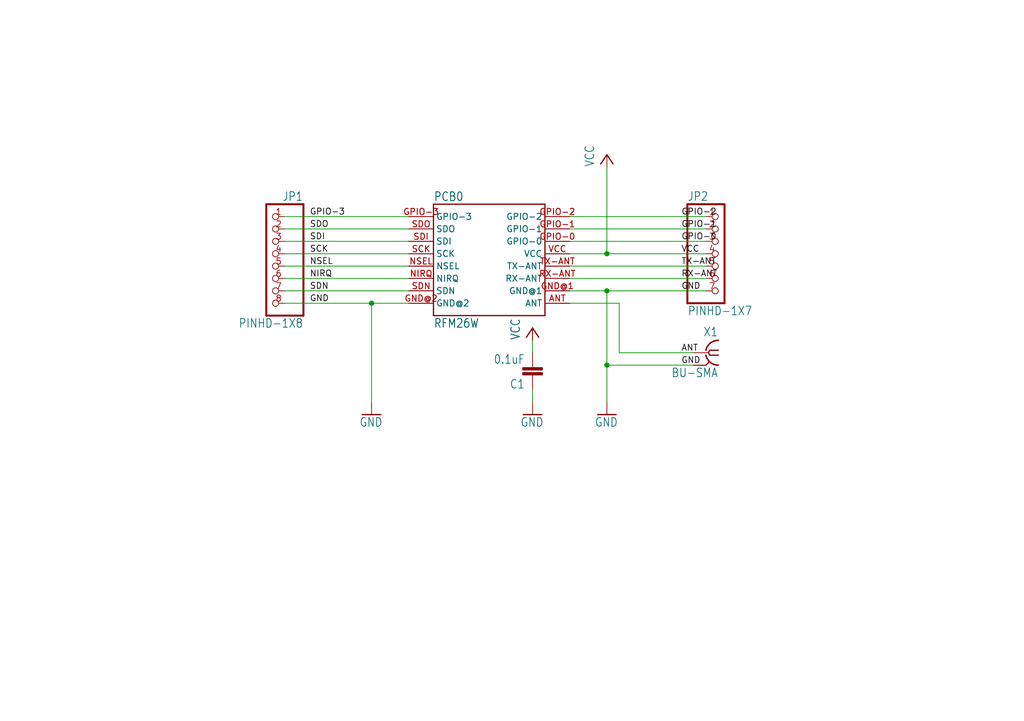
<source format=kicad_sch>
(kicad_sch (version 20211123) (generator eeschema)
  (paper "A5")
  (title_block (title "RFM26W Breakout Board") (date "2022-11-18") (rev "1") (company "Kai Christian Bader") (comment 1 "CC BY-SA 4.0"))
  (lib_symbols
    (symbol "rfm26w_breakout_board-eagle-import:BU-SMA-V"
      (property "Reference" "X" (at -2.54 3.302 0))
      (property "Value" "BU-SMA-V" (at -2.54 -5.08 0))
      (symbol "BU-SMA-V_1_0"
        (arc (start -2.54 -2.54) (mid -0.9022 -1.9838) (end 0 -0.508) (stroke (width 0.3048)))
        (polyline (pts (xy -2.54 0.508) (xy -0.762 0.508)) (stroke (width 0.254)))
        (polyline (pts (xy -0.762 -0.508) (xy -2.54 -0.508)) (stroke (width 0.254)))
        (polyline (pts (xy -0.762 0.508) (xy -0.508 0)) (stroke (width 0.254)))
        (polyline (pts (xy -0.508 0) (xy -0.762 -0.508)) (stroke (width 0.254)))
        (polyline (pts (xy 0 -2.54) (xy -0.762 -1.778)) (stroke (width 0.254)))
        (polyline (pts (xy 0 0) (xy -0.508 0)) (stroke (width 0.1524)))
        (arc (start 0 0.508) (mid -0.9022 1.9838) (end -2.54 2.54) (stroke (width 0.3048)))
        (pin passive line (at 2.54 0 180) (length 2.54) (name "1") (number "1"))
        (pin passive line (at 2.54 -2.54 180) (length 2.54) (name "2") (number "2"))
        (pin passive line (at 2.54 -2.54 180) (length 2.54) (name "2") (number "3"))
        (pin passive line (at 2.54 -2.54 180) (length 2.54) (name "2") (number "4"))
        (pin passive line (at 2.54 -2.54 180) (length 2.54) (name "2") (number "5"))
      )
    )
    (symbol "rfm26w_breakout_board-eagle-import:C-EUC0805K"
      (property "Reference" "C" (at 1.524 0.381 0))
      (property "Value" "C-EUC0805K" (at 1.524 -4.699 0))
      (symbol "C-EUC0805K_1_0"
        (rectangle (start -2.032 -2.032) (end 2.032 -1.524) (fill (type outline)))
        (rectangle (start -2.032 -1.016) (end 2.032 -0.508) (fill (type outline)))
        (polyline (pts (xy 0 -2.54) (xy 0 -2.032)) (stroke (width 0.1524)))
        (polyline (pts (xy 0 0) (xy 0 -0.508)) (stroke (width 0.1524)))
        (pin passive line (at 0 2.54 270) (length 2.54) (name "1") (number "1"))
        (pin passive line (at 0 -5.08 90) (length 2.54) (name "2") (number "2"))
      )
    )
    (symbol "rfm26w_breakout_board-eagle-import:GND" (power)
      (property "Value" "GND" (at -2.54 -2.54 0))
      (symbol "GND_1_0"
        (polyline (pts (xy -1.905 0) (xy 1.905 0)) (stroke (width 0.254)))
        (pin power_in line (at 0 2.54 270) (length 2.54) (name "GND") (number "1"))
      )
    )
    (symbol "rfm26w_breakout_board-eagle-import:PINHD-1X7"
      (property "Reference" "JP" (at -6.35 10.795 0))
      (property "Value" "PINHD-1X7" (at -6.35 -12.7 0))
      (symbol "PINHD-1X7_1_0"
        (polyline (pts (xy -6.35 -10.16) (xy 1.27 -10.16)) (stroke (width 0.4064)))
        (polyline (pts (xy -6.35 10.16) (xy -6.35 -10.16)) (stroke (width 0.4064)))
        (polyline (pts (xy 1.27 -10.16) (xy 1.27 10.16)) (stroke (width 0.4064)))
        (polyline (pts (xy 1.27 10.16) (xy -6.35 10.16)) (stroke (width 0.4064)))
        (pin passive inverted (at -2.54 7.62 0) (length 2.54) (name "1") (number "1"))
        (pin passive inverted (at -2.54 5.08 0) (length 2.54) (name "2") (number "2"))
        (pin passive inverted (at -2.54 2.54 0) (length 2.54) (name "3") (number "3"))
        (pin passive inverted (at -2.54 0 0) (length 2.54) (name "4") (number "4"))
        (pin passive inverted (at -2.54 -2.54 0) (length 2.54) (name "5") (number "5"))
        (pin passive inverted (at -2.54 -5.08 0) (length 2.54) (name "6") (number "6"))
        (pin passive inverted (at -2.54 -7.62 0) (length 2.54) (name "7") (number "7"))
      )
    )
    (symbol "rfm26w_breakout_board-eagle-import:PINHD-1X8"
      (property "Reference" "JP" (at -6.35 13.335 0))
      (property "Value" "PINHD-1X8" (at -6.35 -12.7 0))
      (symbol "PINHD-1X8_1_0"
        (polyline (pts (xy -6.35 -10.16) (xy 1.27 -10.16)) (stroke (width 0.4064)))
        (polyline (pts (xy -6.35 12.7) (xy -6.35 -10.16)) (stroke (width 0.4064)))
        (polyline (pts (xy 1.27 -10.16) (xy 1.27 12.7)) (stroke (width 0.4064)))
        (polyline (pts (xy 1.27 12.7) (xy -6.35 12.7)) (stroke (width 0.4064)))
        (pin passive inverted (at -2.54 10.16 0) (length 2.54) (name "1") (number "1"))
        (pin passive inverted (at -2.54 7.62 0) (length 2.54) (name "2") (number "2"))
        (pin passive inverted (at -2.54 5.08 0) (length 2.54) (name "3") (number "3"))
        (pin passive inverted (at -2.54 2.54 0) (length 2.54) (name "4") (number "4"))
        (pin passive inverted (at -2.54 0 0) (length 2.54) (name "5") (number "5"))
        (pin passive inverted (at -2.54 -2.54 0) (length 2.54) (name "6") (number "6"))
        (pin passive inverted (at -2.54 -5.08 0) (length 2.54) (name "7") (number "7"))
        (pin passive inverted (at -2.54 -7.62 0) (length 2.54) (name "8") (number "8"))
      )
    )
    (symbol "rfm26w_breakout_board-eagle-import:RFM26W"
      (property "Value" "RFM26W" (at -10.16 -15.24 0))
      (symbol "RFM26W_1_0"
        (polyline (pts (xy -10.16 -12.7) (xy 12.7 -12.7)) (stroke (width 0.254)))
        (polyline (pts (xy -10.16 10.16) (xy -10.16 -12.7)) (stroke (width 0.254)))
        (polyline (pts (xy 12.7 -12.7) (xy 12.7 10.16)) (stroke (width 0.254)))
        (polyline (pts (xy 12.7 10.16) (xy -10.16 10.16)) (stroke (width 0.254)))
        (pin bidirectional line (at 17.78 -10.16 180) (length 5.08) (name "ANT") (number "ANT"))
        (pin power_in line (at 17.78 -7.62 180) (length 5.08) (name "GND@1") (number "GND@1"))
        (pin power_in line (at -15.24 -10.16 0) (length 5.08) (name "GND@2") (number "GND@2"))
        (pin bidirectional line (at 17.78 2.54 180) (length 5.08) (name "GPIO-0") (number "GPIO-0"))
        (pin bidirectional line (at 17.78 5.08 180) (length 5.08) (name "GPIO-1") (number "GPIO-1"))
        (pin bidirectional line (at 17.78 7.62 180) (length 5.08) (name "GPIO-2") (number "GPIO-2"))
        (pin bidirectional line (at -15.24 7.62 0) (length 5.08) (name "GPIO-3") (number "GPIO-3"))
        (pin bidirectional line (at -15.24 -5.08 0) (length 5.08) (name "NIRQ") (number "NIRQ"))
        (pin bidirectional line (at -15.24 -2.54 0) (length 5.08) (name "NSEL") (number "NSEL"))
        (pin bidirectional line (at 17.78 -5.08 180) (length 5.08) (name "RX-ANT") (number "RX-ANT"))
        (pin bidirectional line (at -15.24 0 0) (length 5.08) (name "SCK") (number "SCK"))
        (pin bidirectional line (at -15.24 2.54 0) (length 5.08) (name "SDI") (number "SDI"))
        (pin bidirectional line (at -15.24 -7.62 0) (length 5.08) (name "SDN") (number "SDN"))
        (pin bidirectional line (at -15.24 5.08 0) (length 5.08) (name "SDO") (number "SDO"))
        (pin bidirectional line (at 17.78 -2.54 180) (length 5.08) (name "TX-ANT") (number "TX-ANT"))
        (pin power_in line (at 17.78 0 180) (length 5.08) (name "VCC") (number "VCC"))
      )
    )
    (symbol "rfm26w_breakout_board-eagle-import:VCC" (power)
      (property "Value" "VCC" (at -2.54 -2.54 90))
      (symbol "VCC_1_0"
        (polyline (pts (xy 0 0) (xy -1.27 -1.905)) (stroke (width 0.254)))
        (polyline (pts (xy 1.27 -1.905) (xy 0 0)) (stroke (width 0.254)))
        (pin power_in line (at 0 -2.54 90) (length 2.54) (name "VCC") (number "1"))
      )
    )
  )
  (junction (at 124.46 74.93))
  (junction (at 124.46 52.07))
  (junction (at 124.46 59.69))
  (junction (at 76.2 62.23))
  (wire (pts (xy 116.84 59.69) (xy 124.46 59.69)))
  (wire (pts (xy 144.78 59.69) (xy 124.46 59.69)))
  (wire (pts (xy 116.84 46.99) (xy 144.78 46.99)))
  (wire (pts (xy 124.46 52.07) (xy 144.78 52.07)))
  (wire (pts (xy 142.24 74.93) (xy 124.46 74.93)))
  (wire (pts (xy 127 72.39) (xy 142.24 72.39)))
  (wire (pts (xy 116.84 57.15) (xy 144.78 57.15)))
  (wire (pts (xy 58.42 52.07) (xy 83.82 52.07)))
  (wire (pts (xy 116.84 44.45) (xy 144.78 44.45)))
  (wire (pts (xy 58.42 59.69) (xy 83.82 59.69)))
  (wire (pts (xy 58.42 54.61) (xy 83.82 54.61)))
  (wire (pts (xy 116.84 62.23) (xy 127 62.23)))
  (wire (pts (xy 124.46 74.93) (xy 124.46 82.55)))
  (wire (pts (xy 116.84 54.61) (xy 144.78 54.61)))
  (wire (pts (xy 76.2 62.23) (xy 76.2 82.55)))
  (wire (pts (xy 58.42 44.45) (xy 83.82 44.45)))
  (wire (pts (xy 127 62.23) (xy 127 72.39)))
  (wire (pts (xy 58.42 62.23) (xy 76.2 62.23)))
  (wire (pts (xy 124.46 59.69) (xy 124.46 74.93)))
  (wire (pts (xy 109.22 69.85) (xy 109.22 72.39)))
  (wire (pts (xy 83.82 62.23) (xy 76.2 62.23)))
  (wire (pts (xy 116.84 52.07) (xy 124.46 52.07)))
  (wire (pts (xy 58.42 49.53) (xy 83.82 49.53)))
  (wire (pts (xy 116.84 49.53) (xy 144.78 49.53)))
  (wire (pts (xy 58.42 57.15) (xy 83.82 57.15)))
  (wire (pts (xy 109.22 80.01) (xy 109.22 82.55)))
  (wire (pts (xy 58.42 46.99) (xy 83.82 46.99)))
  (wire (pts (xy 124.46 52.07) (xy 124.46 34.29)))
  (label "GND" (at 139.7 74.93 0) (effects (font (size 1.2446 1.2446))))
  (label "ANT" (at 139.7 72.39 0) (effects (font (size 1.2446 1.2446))))
  (label "SDI" (at 63.5 49.53 0) (effects (font (size 1.2446 1.2446))))
  (label "RX-ANT" (at 139.7 57.15 0) (effects (font (size 1.2446 1.2446))))
  (label "SDN" (at 63.5 59.69 0) (effects (font (size 1.2446 1.2446))))
  (label "TX-ANT" (at 139.7 54.61 0) (effects (font (size 1.2446 1.2446))))
  (label "SCK" (at 63.5 52.07 0) (effects (font (size 1.2446 1.2446))))
  (label "NIRQ" (at 63.5 57.15 0) (effects (font (size 1.2446 1.2446))))
  (label "GND" (at 139.7 59.69 0) (effects (font (size 1.2446 1.2446))))
  (label "GPIO-1" (at 139.7 46.99 0) (effects (font (size 1.2446 1.2446))))
  (label "GPIO-2" (at 139.7 44.45 0) (effects (font (size 1.2446 1.2446))))
  (label "VCC" (at 139.7 52.07 0) (effects (font (size 1.2446 1.2446))))
  (label "GND" (at 63.5 62.23 0) (effects (font (size 1.2446 1.2446))))
  (label "GPIO-3" (at 63.5 44.45 0) (effects (font (size 1.2446 1.2446))))
  (label "GPIO-0" (at 139.7 49.53 0) (effects (font (size 1.2446 1.2446))))
  (label "SDO" (at 63.5 46.99 0) (effects (font (size 1.2446 1.2446))))
  (label "NSEL" (at 63.5 54.61 0) (effects (font (size 1.2446 1.2446))))
  (symbol (lib_id "rfm26w_breakout_board-eagle-import:PINHD-1X8") (at 55.88 54.61 0) (mirror y) (unit 1)
    (property "Reference" "JP1" (at 62.23 41.275 0) (effects (font (size 1.778 1.5113)) (justify left bottom)))
    (property "Value" "PINHD-1X8" (at 62.23 67.31 0) (effects (font (size 1.778 1.5113)) (justify left bottom)))
    (property "Footprint" "rfm26w_breakout_board:1X08" (effects hide))
  )
  (symbol (lib_id "rfm26w_breakout_board-eagle-import:VCC") (at 109.22 67.31 0) (unit 1)
    (property "Reference" "#P+2" (effects hide))
    (property "Value" "VCC" (at 106.68 69.85 90) (effects (font (size 1.778 1.5113)) (justify left bottom)))
    (property "Footprint" "rfm26w_breakout_board:" (effects hide))
  )
  (symbol (lib_id "rfm26w_breakout_board-eagle-import:VCC") (at 124.46 31.75 0) (unit 1)
    (property "Reference" "#P+1" (effects hide))
    (property "Value" "VCC" (at 121.92 34.29 90) (effects (font (size 1.778 1.5113)) (justify left bottom)))
    (property "Footprint" "rfm26w_breakout_board:" (effects hide))
  )
  (symbol (lib_id "rfm26w_breakout_board-eagle-import:GND") (at 109.22 85.09 0) (unit 1)
    (property "Reference" "#GND3" (effects hide))
    (property "Value" "GND" (at 106.68 87.63 0) (effects (font (size 1.778 1.5113)) (justify left bottom)))
    (property "Footprint" "rfm26w_breakout_board:" (effects hide))
  )
  (symbol (lib_id "rfm26w_breakout_board-eagle-import:BU-SMA-V") (at 144.78 72.39 0) (mirror y) (unit 1)
    (property "Reference" "X1" (at 147.32 69.088 0) (effects (font (size 1.778 1.5113)) (justify left bottom)))
    (property "Value" "BU-SMA" (at 147.32 77.47 0) (effects (font (size 1.778 1.5113)) (justify left bottom)))
    (property "Footprint" "rfm26w_breakout_board:BU-SMA-V" (effects hide))
  )
  (symbol (lib_id "rfm26w_breakout_board-eagle-import:RFM26W") (at 99.06 52.07 0) (unit 1)
    (property "Reference" "PCB0" (at 88.9 39.37 0) (effects (font (size 1.778 1.5113)) (justify left top)))
    (property "Value" "RFM26W" (at 88.9 67.31 0) (effects (font (size 1.778 1.5113)) (justify left bottom)))
    (property "Footprint" "rfm26w_breakout_board:RFM26W" (effects hide))
  )
  (symbol (lib_id "rfm26w_breakout_board-eagle-import:C-EUC0805K") (at 109.22 77.47 180) (unit 1)
    (property "Reference" "C1" (at 107.696 77.851 0) (effects (font (size 1.778 1.5113)) (justify left bottom)))
    (property "Value" "0.1uF" (at 107.696 72.771 0) (effects (font (size 1.778 1.5113)) (justify left bottom)))
    (property "Footprint" "rfm26w_breakout_board:C0805K" (effects hide))
  )
  (symbol (lib_id "rfm26w_breakout_board-eagle-import:PINHD-1X7") (at 147.32 52.07 0) (unit 1)
    (property "Reference" "JP2" (at 140.97 41.275 0) (effects (font (size 1.778 1.5113)) (justify left bottom)))
    (property "Value" "PINHD-1X7" (at 140.97 64.77 0) (effects (font (size 1.778 1.5113)) (justify left bottom)))
    (property "Footprint" "rfm26w_breakout_board:1X07" (effects hide))
  )
  (symbol (lib_id "rfm26w_breakout_board-eagle-import:GND") (at 76.2 85.09 0) (unit 1)
    (property "Reference" "#GND2" (effects hide))
    (property "Value" "GND" (at 73.66 87.63 0) (effects (font (size 1.778 1.5113)) (justify left bottom)))
    (property "Footprint" "rfm26w_breakout_board:" (effects hide))
  )
  (symbol (lib_id "rfm26w_breakout_board-eagle-import:GND") (at 124.46 85.09 0) (unit 1)
    (property "Reference" "#GND1" (effects hide))
    (property "Value" "GND" (at 121.92 87.63 0) (effects (font (size 1.778 1.5113)) (justify left bottom)))
    (property "Footprint" "rfm26w_breakout_board:" (effects hide))
  )
)
</source>
